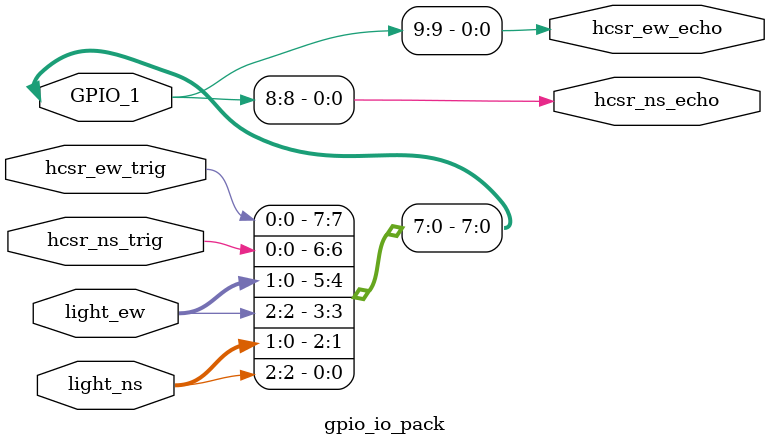
<source format=v>

module gpio_io_pack(
    inout  [9:0] GPIO_1,         

    input  wire [2:0] light_ns,   // 南北向红绿灯状态，约定 {R,Y,G}
    input  wire [2:0] light_ew,   // 东西向红绿灯状态，约定 {R,Y,G}

    input  wire       hcsr_ns_trig,// NS 方向 HC-SR04：TRIG 输出
    input  wire       hcsr_ew_trig,// EW 方向 HC-SR04：TRIG 输出
    output wire       hcsr_ns_echo,// NS 方向 HC-SR04：ECHO 输入
    output wire       hcsr_ew_echo // EW 方向 HC-SR04：ECHO 输入
);

    //==================================================
    // 1) 交通灯信号映射到 GPIO 输出
    //==================================================
    assign GPIO_1[0] = light_ns[2]; // GPIO_1[0] -> NS_R（南北向红灯）
    assign GPIO_1[1] = light_ns[0]; // GPIO_1[1] -> NS_G（南北向绿灯）
    assign GPIO_1[2] = light_ns[1]; // GPIO_1[2] -> NS_Y（南北向黄灯）

    assign GPIO_1[3] = light_ew[2]; // GPIO_1[3] -> EW_R（东西向红灯）
    assign GPIO_1[4] = light_ew[0]; // GPIO_1[4] -> EW_G（东西向绿灯）
    assign GPIO_1[5] = light_ew[1]; // GPIO_1[5] -> EW_Y（东西向黄灯）

    //==================================================
    // 2) HC-SR04 TRIG 输出映射到 GPIO
    //==================================================
    assign GPIO_1[6] = hcsr_ns_trig; // GPIO_1[6] -> NS 超声波 TRIG
    assign GPIO_1[7] = hcsr_ew_trig; // GPIO_1[7] -> EW 超声波 TRIG

    //==================================================
    // 3) HC-SR04 ECHO 从 GPIO 输入读取
    //==================================================
    assign hcsr_ns_echo = GPIO_1[8]; // GPIO_1[8] -> NS 超声波 ECHO
    assign hcsr_ew_echo = GPIO_1[9]; // GPIO_1[9] -> EW 超声波 ECHO

endmodule

</source>
